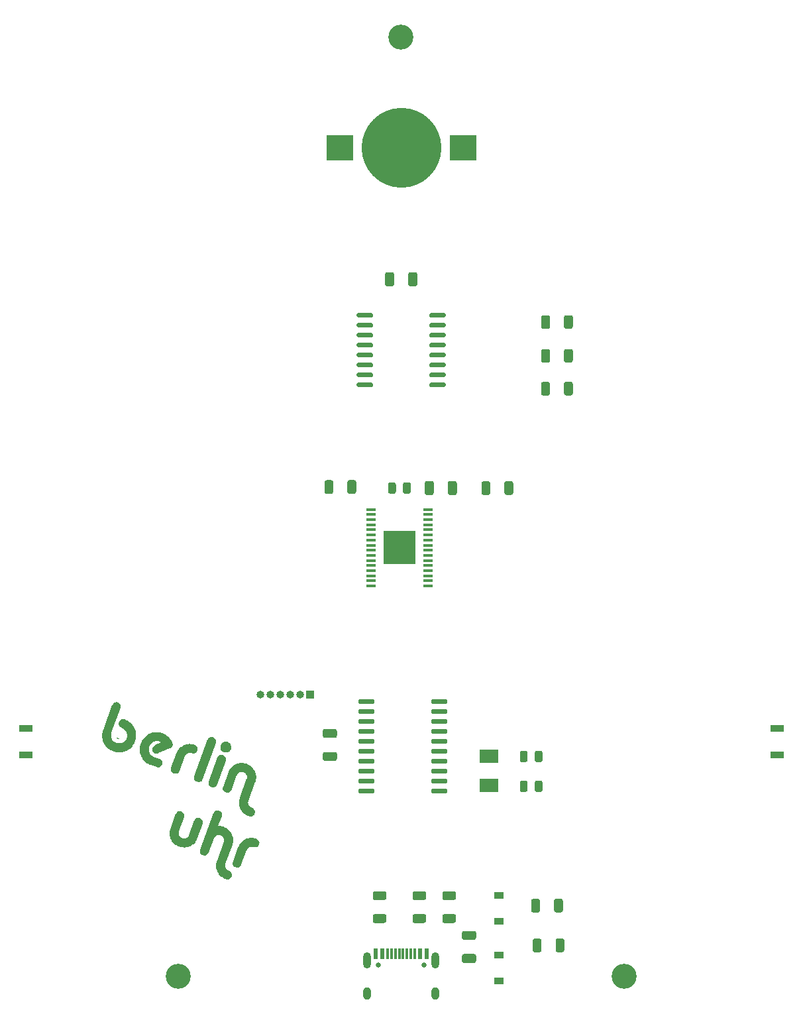
<source format=gbr>
%TF.GenerationSoftware,KiCad,Pcbnew,(5.1.8)-1*%
%TF.CreationDate,2021-11-15T19:44:17+01:00*%
%TF.ProjectId,Berlin_Uhr,4265726c-696e-45f5-9568-722e6b696361,rev?*%
%TF.SameCoordinates,Original*%
%TF.FileFunction,Soldermask,Top*%
%TF.FilePolarity,Negative*%
%FSLAX46Y46*%
G04 Gerber Fmt 4.6, Leading zero omitted, Abs format (unit mm)*
G04 Created by KiCad (PCBNEW (5.1.8)-1) date 2021-11-15 19:44:17*
%MOMM*%
%LPD*%
G01*
G04 APERTURE LIST*
%ADD10C,0.100000*%
%ADD11C,3.200000*%
%ADD12R,2.400000X1.700000*%
%ADD13R,4.110000X4.360000*%
%ADD14R,1.200000X0.400000*%
%ADD15R,1.700000X0.900000*%
%ADD16O,1.000000X1.000000*%
%ADD17R,1.000000X1.000000*%
%ADD18R,0.600000X1.450000*%
%ADD19R,0.300000X1.450000*%
%ADD20O,1.000000X2.100000*%
%ADD21C,0.650000*%
%ADD22O,1.000000X1.600000*%
%ADD23R,1.200000X0.900000*%
%ADD24C,10.200000*%
%ADD25R,3.500000X3.300000*%
G04 APERTURE END LIST*
D10*
%TO.C,BerlinUhr*%
G36*
X118968512Y-132320440D02*
G01*
X119622955Y-130522373D01*
X119654772Y-130405560D01*
X119663350Y-130293804D01*
X119648688Y-130187105D01*
X119610787Y-130085462D01*
X119557287Y-129991094D01*
X119484974Y-129911278D01*
X119393851Y-129846013D01*
X119283916Y-129795301D01*
X119166606Y-129763303D01*
X119053359Y-129754183D01*
X118944173Y-129767939D01*
X118839050Y-129804573D01*
X118744681Y-129858073D01*
X118664865Y-129930385D01*
X118599601Y-130021509D01*
X118548888Y-130131444D01*
X117894445Y-131929511D01*
X117848901Y-132031868D01*
X117791034Y-132122531D01*
X117720846Y-132201501D01*
X117638334Y-132268776D01*
X117543502Y-132324360D01*
X117442828Y-132362321D01*
X117340481Y-132383095D01*
X117236462Y-132386681D01*
X117130769Y-132373080D01*
X117023403Y-132342291D01*
X116921047Y-132296748D01*
X116830385Y-132238881D01*
X116751414Y-132168692D01*
X116684138Y-132086180D01*
X116628555Y-131991346D01*
X116591636Y-131887809D01*
X116571673Y-131783236D01*
X116568666Y-131677626D01*
X116582615Y-131570978D01*
X116613520Y-131463293D01*
X117262172Y-129681137D01*
X117294169Y-129563826D01*
X117303290Y-129450578D01*
X117289533Y-129341394D01*
X117252899Y-129236270D01*
X117195918Y-129140635D01*
X117121119Y-129059914D01*
X117028504Y-128994106D01*
X116918072Y-128943213D01*
X116800762Y-128911215D01*
X116687514Y-128902095D01*
X116578329Y-128915851D01*
X116473206Y-128952485D01*
X116381051Y-129010733D01*
X116302816Y-129086436D01*
X116238501Y-129179594D01*
X116188104Y-129290208D01*
X115539453Y-131072364D01*
X115498561Y-131195197D01*
X115465658Y-131317059D01*
X115440742Y-131437947D01*
X115423813Y-131557863D01*
X115414872Y-131676807D01*
X115413917Y-131794779D01*
X115420951Y-131911779D01*
X115435971Y-132027807D01*
X115458980Y-132142862D01*
X115489975Y-132256945D01*
X115528958Y-132370056D01*
X115575928Y-132482195D01*
X115631639Y-132590258D01*
X115693230Y-132692827D01*
X115760700Y-132789902D01*
X115834047Y-132881484D01*
X115913275Y-132967572D01*
X115998381Y-133048165D01*
X116089366Y-133123266D01*
X116186229Y-133192872D01*
X116288973Y-133256985D01*
X116397594Y-133315603D01*
X116512094Y-133368729D01*
X116632474Y-133416360D01*
X116754000Y-133456713D01*
X116874595Y-133488968D01*
X116994259Y-133513125D01*
X117112990Y-133529184D01*
X117230789Y-133537146D01*
X117347656Y-133537009D01*
X117463591Y-133528775D01*
X117578595Y-133512443D01*
X117692666Y-133488013D01*
X117805806Y-133455485D01*
X117918013Y-133414859D01*
X118029289Y-133366136D01*
X118138602Y-133310942D01*
X118242271Y-133249940D01*
X118340295Y-133183129D01*
X118432674Y-133110509D01*
X118519409Y-133032081D01*
X118600500Y-132947844D01*
X118675947Y-132857798D01*
X118745749Y-132761944D01*
X118809906Y-132660281D01*
X118868420Y-132552810D01*
X118921288Y-132439529D01*
X118968512Y-132320440D01*
G37*
G36*
X123325998Y-137231137D02*
G01*
X123357997Y-137113826D01*
X123367117Y-137000579D01*
X123353360Y-136891394D01*
X123316726Y-136786271D01*
X123263226Y-136691903D01*
X123190914Y-136612087D01*
X123099791Y-136546822D01*
X122989855Y-136496109D01*
X122958031Y-136484527D01*
X122855792Y-136438665D01*
X122765476Y-136379844D01*
X122687086Y-136308064D01*
X122620620Y-136223325D01*
X122566079Y-136125627D01*
X122528118Y-136024954D01*
X122507344Y-135922607D01*
X122503758Y-135818587D01*
X122517359Y-135712894D01*
X122548147Y-135605528D01*
X123411086Y-133234624D01*
X123451439Y-133113097D01*
X123483694Y-132992502D01*
X123507851Y-132872839D01*
X123523910Y-132754107D01*
X123531872Y-132636308D01*
X123531736Y-132519440D01*
X123523501Y-132403505D01*
X123507170Y-132288502D01*
X123482740Y-132174431D01*
X123450212Y-132061292D01*
X123409588Y-131949085D01*
X123360865Y-131837810D01*
X123305670Y-131728497D01*
X123244667Y-131624827D01*
X123177856Y-131526804D01*
X123105236Y-131434424D01*
X123026808Y-131347688D01*
X122942570Y-131266598D01*
X122852525Y-131191152D01*
X122756671Y-131121349D01*
X122655008Y-131057192D01*
X122547536Y-130998679D01*
X122434257Y-130945811D01*
X122315168Y-130898586D01*
X122201030Y-130860798D01*
X122086688Y-130830444D01*
X121972143Y-130807524D01*
X121857395Y-130792038D01*
X121742444Y-130783987D01*
X121627291Y-130783370D01*
X122070344Y-129566092D01*
X122102161Y-129449280D01*
X122110739Y-129337524D01*
X122096077Y-129230824D01*
X122058176Y-129129182D01*
X122001195Y-129033547D01*
X121926396Y-128952826D01*
X121833780Y-128887018D01*
X121723348Y-128836124D01*
X121606038Y-128804127D01*
X121492791Y-128795006D01*
X121383605Y-128808763D01*
X121278482Y-128845396D01*
X121187594Y-128900164D01*
X121110264Y-128973381D01*
X121046491Y-129065047D01*
X120996276Y-129175163D01*
X119316730Y-133789678D01*
X119284235Y-133906806D01*
X119273624Y-134019509D01*
X119284894Y-134127790D01*
X119318047Y-134231648D01*
X119376295Y-134323802D01*
X119451999Y-134402037D01*
X119545156Y-134466353D01*
X119655770Y-134516749D01*
X119772898Y-134549244D01*
X119885604Y-134559857D01*
X119993885Y-134548586D01*
X120097741Y-134515433D01*
X120193377Y-134458451D01*
X120274098Y-134383652D01*
X120339905Y-134291038D01*
X120390798Y-134180607D01*
X121048137Y-132374581D01*
X121093566Y-132272543D01*
X121151084Y-132182835D01*
X121220694Y-132105457D01*
X121302394Y-132040407D01*
X121396185Y-131987688D01*
X121499723Y-131950770D01*
X121604298Y-131930807D01*
X121709908Y-131927799D01*
X121816556Y-131941748D01*
X121924239Y-131972653D01*
X122023298Y-132017357D01*
X122110430Y-132075019D01*
X122185638Y-132145641D01*
X122248921Y-132229222D01*
X122300280Y-132325761D01*
X122341220Y-132427159D01*
X122364569Y-132529362D01*
X122370325Y-132632370D01*
X122358490Y-132736183D01*
X122329062Y-132840800D01*
X121474081Y-135214600D01*
X121433708Y-135336182D01*
X121401392Y-135456943D01*
X121377135Y-135576882D01*
X121360935Y-135696000D01*
X121352793Y-135814296D01*
X121352707Y-135931771D01*
X121360681Y-136048424D01*
X121376710Y-136164257D01*
X121400798Y-136279267D01*
X121432944Y-136393457D01*
X121473147Y-136506824D01*
X121521408Y-136619371D01*
X121576601Y-136728683D01*
X121637603Y-136832352D01*
X121704414Y-136930375D01*
X121777034Y-137022755D01*
X121855463Y-137109491D01*
X121939699Y-137190581D01*
X122029745Y-137266028D01*
X122125599Y-137335830D01*
X122227262Y-137399987D01*
X122334734Y-137458500D01*
X122448014Y-137511369D01*
X122567103Y-137558593D01*
X122598926Y-137570176D01*
X122715740Y-137601994D01*
X122827496Y-137610571D01*
X122934194Y-137595910D01*
X123035837Y-137558009D01*
X123130205Y-137504508D01*
X123210022Y-137432196D01*
X123275286Y-137341072D01*
X123325998Y-137231137D01*
G37*
G36*
X126847037Y-133151724D02*
G01*
X126877769Y-133037894D01*
X126885985Y-132927133D01*
X126871685Y-132819439D01*
X126834870Y-132714813D01*
X126778385Y-132619358D01*
X126705078Y-132539181D01*
X126614950Y-132474278D01*
X126507998Y-132424652D01*
X126386416Y-132384279D01*
X126265655Y-132351964D01*
X126145715Y-132327706D01*
X126026598Y-132311505D01*
X125908301Y-132303363D01*
X125790825Y-132303278D01*
X125674173Y-132311251D01*
X125558340Y-132327281D01*
X125443330Y-132351369D01*
X125329141Y-132383514D01*
X125215774Y-132423717D01*
X125103229Y-132471978D01*
X124994377Y-132525901D01*
X124891131Y-132585743D01*
X124793488Y-132651505D01*
X124701450Y-132723184D01*
X124615016Y-132800784D01*
X124534187Y-132884303D01*
X124458962Y-132973741D01*
X124389340Y-133069098D01*
X124325324Y-133170374D01*
X124266911Y-133277570D01*
X124214103Y-133390684D01*
X124166898Y-133509718D01*
X123509559Y-135315743D01*
X123477064Y-135432871D01*
X123466452Y-135545574D01*
X123477723Y-135653855D01*
X123510876Y-135757712D01*
X123569126Y-135849868D01*
X123644829Y-135928103D01*
X123737987Y-135992419D01*
X123848601Y-136042815D01*
X123965729Y-136075310D01*
X124078433Y-136085922D01*
X124186713Y-136074651D01*
X124290572Y-136041498D01*
X124386206Y-135984516D01*
X124466928Y-135909718D01*
X124532734Y-135817103D01*
X124583627Y-135706672D01*
X125240967Y-133900647D01*
X125285845Y-133799129D01*
X125341715Y-133710982D01*
X125408574Y-133636207D01*
X125486425Y-133574802D01*
X125575267Y-133526769D01*
X125675246Y-133490717D01*
X125777824Y-133469307D01*
X125883003Y-133462539D01*
X125990780Y-133470413D01*
X126101157Y-133492927D01*
X126236699Y-133520861D01*
X126360153Y-133528628D01*
X126471520Y-133516228D01*
X126570799Y-133483662D01*
X126657990Y-133430928D01*
X126733094Y-133358026D01*
X126796109Y-133264959D01*
X126847037Y-133151724D01*
G37*
G36*
X110989312Y-119954571D02*
G01*
X111030867Y-119831052D01*
X111065352Y-119708269D01*
X111092764Y-119586222D01*
X111113105Y-119464910D01*
X111126376Y-119344335D01*
X111132574Y-119224496D01*
X111131701Y-119105392D01*
X111123757Y-118987026D01*
X111108741Y-118869394D01*
X111086655Y-118752500D01*
X111057496Y-118636341D01*
X111021266Y-118520917D01*
X110977965Y-118406231D01*
X110927593Y-118292280D01*
X110872680Y-118180446D01*
X110812658Y-118073556D01*
X110747527Y-117971610D01*
X110677286Y-117874608D01*
X110601937Y-117782549D01*
X110521479Y-117695435D01*
X110435910Y-117613265D01*
X110345233Y-117536038D01*
X110249446Y-117463756D01*
X110148551Y-117396417D01*
X110042546Y-117334022D01*
X109931432Y-117276571D01*
X109815208Y-117224063D01*
X109693875Y-117176501D01*
X109576566Y-117144503D01*
X109463318Y-117135382D01*
X109354132Y-117149138D01*
X109249008Y-117185772D01*
X109156854Y-117244021D01*
X109078618Y-117319724D01*
X109014303Y-117412883D01*
X108963906Y-117523496D01*
X108931411Y-117640625D01*
X108920799Y-117753330D01*
X108932069Y-117861611D01*
X108965223Y-117965467D01*
X109023471Y-118057622D01*
X109099175Y-118135858D01*
X109192333Y-118200173D01*
X109302946Y-118250569D01*
X109412042Y-118296896D01*
X109512011Y-118353142D01*
X109602853Y-118419304D01*
X109684571Y-118495384D01*
X109757162Y-118581381D01*
X109820626Y-118677296D01*
X109874964Y-118783128D01*
X109921108Y-118892782D01*
X109953790Y-119003052D01*
X109973006Y-119113938D01*
X109978761Y-119225439D01*
X109971051Y-119337558D01*
X109949879Y-119450292D01*
X109915242Y-119563642D01*
X109868915Y-119672737D01*
X109812670Y-119772706D01*
X109746508Y-119863549D01*
X109670428Y-119945265D01*
X109584431Y-120017856D01*
X109488515Y-120081322D01*
X109382683Y-120135660D01*
X109273798Y-120179694D01*
X109164178Y-120210589D01*
X109053824Y-120228345D01*
X108942736Y-120232962D01*
X108830913Y-120224441D01*
X108718357Y-120202781D01*
X108605065Y-120167982D01*
X108495912Y-120121817D01*
X108395765Y-120066060D01*
X108304626Y-120000709D01*
X108222496Y-119925765D01*
X108149373Y-119841230D01*
X108085259Y-119747101D01*
X108030151Y-119643379D01*
X107986118Y-119534494D01*
X107955223Y-119424873D01*
X107937467Y-119314519D01*
X107932850Y-119203432D01*
X107941372Y-119091609D01*
X107963032Y-118979053D01*
X107997830Y-118865761D01*
X109132972Y-115746983D01*
X109164790Y-115630170D01*
X109173368Y-115518414D01*
X109158706Y-115411714D01*
X109120804Y-115310071D01*
X109063822Y-115214436D01*
X108989024Y-115133714D01*
X108896409Y-115067907D01*
X108785976Y-115017014D01*
X108672147Y-114986283D01*
X108561386Y-114978067D01*
X108453692Y-114992367D01*
X108349066Y-115029182D01*
X108253611Y-115085666D01*
X108173432Y-115158973D01*
X108108530Y-115249101D01*
X108058903Y-115356054D01*
X106923761Y-118474832D01*
X106882548Y-118597281D01*
X106848268Y-118719127D01*
X106820918Y-118840370D01*
X106800499Y-118961009D01*
X106787011Y-119081046D01*
X106780454Y-119200478D01*
X106780830Y-119319309D01*
X106788135Y-119437535D01*
X106802373Y-119555158D01*
X106823540Y-119672179D01*
X106851639Y-119788595D01*
X106886669Y-119904410D01*
X106928630Y-120019620D01*
X106977523Y-120134227D01*
X107033889Y-120245349D01*
X107095174Y-120351549D01*
X107161376Y-120452828D01*
X107232495Y-120549185D01*
X107308531Y-120640619D01*
X107389484Y-120727132D01*
X107475355Y-120808723D01*
X107566143Y-120885393D01*
X107661849Y-120957140D01*
X107762472Y-121023966D01*
X107868012Y-121085870D01*
X107978470Y-121142852D01*
X108093844Y-121194913D01*
X108214136Y-121242051D01*
X108336585Y-121283263D01*
X108458432Y-121317544D01*
X108579674Y-121344893D01*
X108700314Y-121365313D01*
X108820350Y-121378800D01*
X108939783Y-121385357D01*
X109058613Y-121384982D01*
X109176840Y-121377676D01*
X109294463Y-121363439D01*
X109411483Y-121342272D01*
X109527900Y-121314172D01*
X109643714Y-121279142D01*
X109758925Y-121237181D01*
X109873532Y-121188288D01*
X109985749Y-121132321D01*
X110092964Y-121071406D01*
X110195177Y-121005543D01*
X110292386Y-120934736D01*
X110384592Y-120858979D01*
X110471794Y-120778277D01*
X110553994Y-120692628D01*
X110631192Y-120602032D01*
X110703386Y-120506490D01*
X110770577Y-120405999D01*
X110832765Y-120300563D01*
X110889951Y-120190180D01*
X110942132Y-120074848D01*
X110989312Y-119954571D01*
G37*
G36*
X109006671Y-119683452D02*
G01*
X108948174Y-119635130D01*
X108870066Y-119585678D01*
X108772347Y-119535094D01*
X108662492Y-119482095D01*
X108579802Y-119436982D01*
X108524275Y-119399754D01*
X108588863Y-119508356D01*
X108678535Y-119592050D01*
X108793290Y-119650837D01*
X108898351Y-119677814D01*
X109006671Y-119683452D01*
G37*
G36*
X115773419Y-120524539D02*
G01*
X115798948Y-120423457D01*
X115803139Y-120319115D01*
X115785991Y-120211511D01*
X115747504Y-120100644D01*
X115690899Y-119983230D01*
X115629310Y-119871172D01*
X115562737Y-119764473D01*
X115491180Y-119663130D01*
X115414640Y-119567144D01*
X115333116Y-119476517D01*
X115246608Y-119391246D01*
X115155116Y-119311332D01*
X115058639Y-119236776D01*
X114957180Y-119167577D01*
X114850736Y-119103735D01*
X114739308Y-119045250D01*
X114622897Y-118992123D01*
X114501501Y-118944353D01*
X114377997Y-118902757D01*
X114255258Y-118868151D01*
X114133284Y-118840536D01*
X114012077Y-118819909D01*
X113891635Y-118806274D01*
X113771958Y-118799629D01*
X113653047Y-118799975D01*
X113534901Y-118807310D01*
X113417521Y-118821635D01*
X113300907Y-118842951D01*
X113185059Y-118871257D01*
X113069975Y-118906553D01*
X112955657Y-118948839D01*
X112842106Y-118998116D01*
X112731368Y-119053427D01*
X112625493Y-119113819D01*
X112524480Y-119179290D01*
X112428330Y-119249840D01*
X112337044Y-119325470D01*
X112250620Y-119406180D01*
X112169058Y-119491970D01*
X112092358Y-119582839D01*
X112020522Y-119678788D01*
X111953549Y-119779817D01*
X111891439Y-119885925D01*
X111834191Y-119997114D01*
X111781805Y-120113381D01*
X111734282Y-120234729D01*
X111692671Y-120358274D01*
X111658022Y-120481134D01*
X111630332Y-120603311D01*
X111609602Y-120724803D01*
X111595834Y-120845610D01*
X111589026Y-120965733D01*
X111589180Y-121085172D01*
X111596293Y-121203927D01*
X111610368Y-121321997D01*
X111631402Y-121439382D01*
X111659398Y-121556083D01*
X111694354Y-121672100D01*
X111736271Y-121787433D01*
X111785149Y-121902080D01*
X111840460Y-122012818D01*
X111900852Y-122118693D01*
X111966323Y-122219706D01*
X112036874Y-122315855D01*
X112112503Y-122407143D01*
X112193213Y-122493567D01*
X112279003Y-122575129D01*
X112369873Y-122651827D01*
X112465822Y-122723663D01*
X112566850Y-122790637D01*
X112672958Y-122852748D01*
X112784147Y-122909996D01*
X112900415Y-122962381D01*
X113021762Y-123009903D01*
X113729852Y-123267627D01*
X113846664Y-123299444D01*
X113958421Y-123308022D01*
X114065120Y-123293360D01*
X114166763Y-123255460D01*
X114262399Y-123198477D01*
X114343120Y-123123679D01*
X114408927Y-123031064D01*
X114459820Y-122920631D01*
X114491638Y-122803819D01*
X114500216Y-122692063D01*
X114485555Y-122585364D01*
X114447653Y-122483721D01*
X114394153Y-122389352D01*
X114321840Y-122309536D01*
X114230716Y-122244271D01*
X114120781Y-122193558D01*
X113412691Y-121935835D01*
X113303537Y-121889670D01*
X113203390Y-121833912D01*
X113112252Y-121768562D01*
X113030121Y-121693619D01*
X112956999Y-121609082D01*
X112892884Y-121514953D01*
X112837778Y-121411231D01*
X112794512Y-121300236D01*
X112764267Y-121188830D01*
X112747043Y-121077014D01*
X112742839Y-120964790D01*
X112751656Y-120852155D01*
X112773493Y-120739111D01*
X112808351Y-120625658D01*
X112854516Y-120516503D01*
X112910274Y-120416357D01*
X112975624Y-120325219D01*
X113050568Y-120243088D01*
X113135104Y-120169966D01*
X113229233Y-120105851D01*
X113332954Y-120050744D01*
X113441839Y-120006711D01*
X113551459Y-119975815D01*
X113661813Y-119958059D01*
X113772902Y-119953442D01*
X113884724Y-119961963D01*
X113997281Y-119983623D01*
X114110572Y-120018422D01*
X114212555Y-120060044D01*
X114311638Y-120109624D01*
X113533202Y-120466009D01*
X113424228Y-120527146D01*
X113336048Y-120599230D01*
X113268661Y-120682261D01*
X113222067Y-120776238D01*
X113192738Y-120887762D01*
X113185835Y-120999564D01*
X113201355Y-121111644D01*
X113239296Y-121224001D01*
X113299710Y-121328769D01*
X113374687Y-121415188D01*
X113464228Y-121483254D01*
X113568331Y-121532971D01*
X113670091Y-121558182D01*
X113776469Y-121561424D01*
X113887464Y-121542694D01*
X114003078Y-121501995D01*
X115383426Y-120878145D01*
X115493244Y-120834863D01*
X115587153Y-120777861D01*
X115665151Y-120707140D01*
X115727240Y-120622699D01*
X115773419Y-120524539D01*
G37*
G36*
X118945859Y-121165640D02*
G01*
X118976590Y-121051811D01*
X118984806Y-120941049D01*
X118970506Y-120833356D01*
X118933691Y-120728729D01*
X118877207Y-120633274D01*
X118803899Y-120553096D01*
X118713771Y-120488193D01*
X118606819Y-120438567D01*
X118485237Y-120398194D01*
X118364476Y-120365878D01*
X118244537Y-120341620D01*
X118125419Y-120325420D01*
X118007122Y-120317278D01*
X117889647Y-120317193D01*
X117772994Y-120325166D01*
X117657161Y-120341197D01*
X117542150Y-120365284D01*
X117427961Y-120397430D01*
X117314594Y-120437633D01*
X117202047Y-120485894D01*
X117093196Y-120539817D01*
X116989950Y-120599660D01*
X116892307Y-120665421D01*
X116800269Y-120737102D01*
X116713835Y-120814702D01*
X116633005Y-120898220D01*
X116557780Y-120987658D01*
X116488159Y-121083015D01*
X116424142Y-121184291D01*
X116365729Y-121291486D01*
X116312921Y-121404600D01*
X116265718Y-121523634D01*
X115608377Y-123329662D01*
X115575882Y-123446790D01*
X115565270Y-123559496D01*
X115576540Y-123667777D01*
X115609694Y-123771633D01*
X115667942Y-123863788D01*
X115743646Y-123942023D01*
X115836804Y-124006339D01*
X115947417Y-124056735D01*
X116064546Y-124089230D01*
X116177250Y-124099842D01*
X116285531Y-124088572D01*
X116389389Y-124055419D01*
X116485024Y-123998437D01*
X116565745Y-123923639D01*
X116631553Y-123831023D01*
X116682446Y-123720591D01*
X117339786Y-121914563D01*
X117384665Y-121813047D01*
X117440534Y-121724900D01*
X117507394Y-121650125D01*
X117585245Y-121588721D01*
X117674087Y-121540687D01*
X117774066Y-121504635D01*
X117876644Y-121483225D01*
X117981822Y-121476457D01*
X118089600Y-121484330D01*
X118199977Y-121506844D01*
X118335519Y-121534778D01*
X118458974Y-121542546D01*
X118570340Y-121530146D01*
X118669620Y-121497579D01*
X118756811Y-121444845D01*
X118831915Y-121371943D01*
X118894931Y-121278876D01*
X118945859Y-121165640D01*
G37*
G36*
X119642101Y-124797817D02*
G01*
X121315857Y-120199210D01*
X121352876Y-120071199D01*
X121366926Y-119953691D01*
X121358006Y-119846689D01*
X121326117Y-119750190D01*
X121271257Y-119664196D01*
X121193428Y-119588706D01*
X121092630Y-119523721D01*
X120968862Y-119469241D01*
X120851552Y-119437243D01*
X120738304Y-119428122D01*
X120629118Y-119441879D01*
X120523994Y-119478514D01*
X120433107Y-119533281D01*
X120355776Y-119606499D01*
X120292004Y-119698165D01*
X120241788Y-119808281D01*
X118568032Y-124406888D01*
X118535537Y-124524017D01*
X118524925Y-124636722D01*
X118536195Y-124745003D01*
X118569349Y-124848859D01*
X118627597Y-124941014D01*
X118703300Y-125019249D01*
X118796459Y-125083565D01*
X118907072Y-125133961D01*
X119024201Y-125166456D01*
X119136906Y-125177069D01*
X119245186Y-125165798D01*
X119349044Y-125132645D01*
X119444679Y-125075664D01*
X119525400Y-125000865D01*
X119591208Y-124908249D01*
X119642101Y-124797817D01*
G37*
G36*
X121479945Y-125466738D02*
G01*
X122565860Y-122483213D01*
X122602879Y-122355201D01*
X122616929Y-122237694D01*
X122608008Y-122130691D01*
X122576119Y-122034192D01*
X122521260Y-121948198D01*
X122443431Y-121872709D01*
X122342632Y-121807723D01*
X122218863Y-121753243D01*
X122101554Y-121721245D01*
X121988306Y-121712125D01*
X121879121Y-121725881D01*
X121773997Y-121762516D01*
X121683108Y-121817283D01*
X121605778Y-121890500D01*
X121542005Y-121982167D01*
X121491790Y-122092283D01*
X120405876Y-125075808D01*
X120373381Y-125192937D01*
X120362768Y-125305642D01*
X120374039Y-125413923D01*
X120407193Y-125517780D01*
X120465441Y-125609934D01*
X120541144Y-125688170D01*
X120634302Y-125752485D01*
X120744916Y-125802882D01*
X120862044Y-125835377D01*
X120974750Y-125845989D01*
X121083030Y-125834719D01*
X121186887Y-125801565D01*
X121282522Y-125744584D01*
X121363244Y-125669786D01*
X121429052Y-125577170D01*
X121479945Y-125466738D01*
G37*
G36*
X123258563Y-120951347D02*
G01*
X123288831Y-120843432D01*
X123300870Y-120736088D01*
X123294680Y-120629319D01*
X123270261Y-120523123D01*
X123227616Y-120417501D01*
X123174117Y-120316939D01*
X123108462Y-120229973D01*
X123030651Y-120156601D01*
X122940683Y-120096825D01*
X122838559Y-120050644D01*
X122730324Y-120020261D01*
X122622028Y-120007874D01*
X122513667Y-120013485D01*
X122405244Y-120037092D01*
X122296757Y-120078696D01*
X122199059Y-120133237D01*
X122114320Y-120199703D01*
X122042540Y-120278094D01*
X121983718Y-120368409D01*
X121937856Y-120470649D01*
X121907154Y-120578768D01*
X121893812Y-120686718D01*
X121897831Y-120794498D01*
X121919210Y-120902111D01*
X121957951Y-121009556D01*
X122015357Y-121108297D01*
X122084050Y-121193847D01*
X122164032Y-121266206D01*
X122255302Y-121325374D01*
X122357860Y-121371352D01*
X122465660Y-121401939D01*
X122572656Y-121414933D01*
X122678845Y-121410335D01*
X122784230Y-121388144D01*
X122888811Y-121348361D01*
X122990416Y-121291998D01*
X123078194Y-121224115D01*
X123152144Y-121144713D01*
X123212267Y-121053790D01*
X123258563Y-120951347D01*
G37*
G36*
X126268902Y-129191984D02*
G01*
X126300900Y-129074675D01*
X126310021Y-128961427D01*
X126296264Y-128852242D01*
X126259629Y-128747118D01*
X126202648Y-128651482D01*
X126127849Y-128570761D01*
X126035234Y-128504953D01*
X125924802Y-128454060D01*
X125892974Y-128442475D01*
X125790734Y-128396613D01*
X125700418Y-128337792D01*
X125622028Y-128266012D01*
X125555562Y-128181273D01*
X125501021Y-128083575D01*
X125463060Y-127982901D01*
X125442286Y-127880555D01*
X125438699Y-127776535D01*
X125452301Y-127670842D01*
X125483089Y-127563476D01*
X126346030Y-125192568D01*
X126386383Y-125071041D01*
X126418638Y-124950446D01*
X126442795Y-124830782D01*
X126458854Y-124712052D01*
X126466816Y-124594252D01*
X126466680Y-124477385D01*
X126458445Y-124361450D01*
X126442113Y-124246446D01*
X126417683Y-124132375D01*
X126385156Y-124019235D01*
X126344530Y-123907027D01*
X126295807Y-123795752D01*
X126240613Y-123686439D01*
X126179610Y-123582769D01*
X126112799Y-123484745D01*
X126040179Y-123392365D01*
X125961751Y-123305630D01*
X125877513Y-123224538D01*
X125787468Y-123149092D01*
X125691614Y-123079290D01*
X125589951Y-123015133D01*
X125482480Y-122956619D01*
X125369199Y-122903751D01*
X125250111Y-122856527D01*
X125128529Y-122816154D01*
X125007768Y-122783838D01*
X124887828Y-122759581D01*
X124768710Y-122743381D01*
X124650414Y-122735238D01*
X124532938Y-122735153D01*
X124416284Y-122743126D01*
X124300452Y-122759157D01*
X124185441Y-122783244D01*
X124071252Y-122815390D01*
X123957884Y-122855593D01*
X123845338Y-122903854D01*
X123736487Y-122957778D01*
X123633240Y-123017620D01*
X123535598Y-123083381D01*
X123443560Y-123155062D01*
X123357126Y-123232662D01*
X123276296Y-123316180D01*
X123201071Y-123405619D01*
X123131450Y-123500976D01*
X123067433Y-123602251D01*
X123009021Y-123709447D01*
X122956213Y-123822561D01*
X122909009Y-123941595D01*
X122251669Y-125747622D01*
X122219174Y-125864751D01*
X122208561Y-125977456D01*
X122219832Y-126085737D01*
X122252985Y-126189593D01*
X122311233Y-126281748D01*
X122386937Y-126359983D01*
X122480095Y-126424299D01*
X122590709Y-126474695D01*
X122707837Y-126507190D01*
X122820542Y-126517803D01*
X122928823Y-126506532D01*
X123032680Y-126473379D01*
X123128315Y-126416398D01*
X123209036Y-126341599D01*
X123274844Y-126248983D01*
X123325737Y-126138551D01*
X123983078Y-124332524D01*
X124028505Y-124230486D01*
X124086024Y-124140778D01*
X124155634Y-124063399D01*
X124237334Y-123998351D01*
X124331127Y-123945631D01*
X124434665Y-123908713D01*
X124539239Y-123888749D01*
X124644849Y-123885743D01*
X124751497Y-123899692D01*
X124859182Y-123930596D01*
X124958239Y-123975299D01*
X125045372Y-124032962D01*
X125120580Y-124103584D01*
X125183864Y-124187165D01*
X125235222Y-124283705D01*
X125276163Y-124385103D01*
X125299512Y-124487305D01*
X125305268Y-124590313D01*
X125293432Y-124694126D01*
X125264005Y-124798743D01*
X124409052Y-127172559D01*
X124368182Y-127295337D01*
X124335338Y-127417030D01*
X124310523Y-127537643D01*
X124293735Y-127657173D01*
X124284975Y-127775621D01*
X124284242Y-127892985D01*
X124291536Y-128009266D01*
X124306858Y-128124465D01*
X124330209Y-128238582D01*
X124361586Y-128351615D01*
X124400991Y-128463567D01*
X124448423Y-128574435D01*
X124503672Y-128683768D01*
X124564841Y-128787497D01*
X124631929Y-128885622D01*
X124704934Y-128978143D01*
X124783860Y-129065059D01*
X124868705Y-129146372D01*
X124959470Y-129222080D01*
X125056153Y-129292183D01*
X125158755Y-129356683D01*
X125267276Y-129415578D01*
X125381716Y-129468869D01*
X125502076Y-129516555D01*
X125533904Y-129528139D01*
X125651213Y-129560137D01*
X125764461Y-129569259D01*
X125873647Y-129555502D01*
X125978770Y-129518868D01*
X126073139Y-129465367D01*
X126152956Y-129393055D01*
X126218221Y-129301932D01*
X126268933Y-129191995D01*
X126268902Y-129191984D01*
G37*
%TD*%
D11*
%TO.C,REF\u002A\u002A*%
X173500000Y-150000000D03*
%TD*%
%TO.C,REF\u002A\u002A*%
X116500000Y-150000000D03*
%TD*%
%TO.C,REF\u002A\u002A*%
X145000000Y-30000000D03*
%TD*%
D12*
%TO.C,Y1*%
X156210000Y-121920000D03*
X156210000Y-125620000D03*
%TD*%
D13*
%TO.C,U3*%
X144780000Y-95250000D03*
D14*
X148430000Y-90375000D03*
X148430000Y-91025000D03*
X148430000Y-91675000D03*
X148430000Y-92325000D03*
X148430000Y-92975000D03*
X148430000Y-93625000D03*
X148430000Y-94275000D03*
X148430000Y-94925000D03*
X148430000Y-95575000D03*
X148430000Y-96225000D03*
X148430000Y-96875000D03*
X148430000Y-97525000D03*
X148430000Y-98175000D03*
X148430000Y-98825000D03*
X148430000Y-99475000D03*
X148430000Y-100125000D03*
X141130000Y-100125000D03*
X141130000Y-99475000D03*
X141130000Y-98825000D03*
X141130000Y-98175000D03*
X141130000Y-97525000D03*
X141130000Y-96875000D03*
X141130000Y-96225000D03*
X141130000Y-95575000D03*
X141130000Y-94925000D03*
X141130000Y-94275000D03*
X141130000Y-93625000D03*
X141130000Y-92975000D03*
X141130000Y-92325000D03*
X141130000Y-91675000D03*
X141130000Y-91025000D03*
X141130000Y-90375000D03*
%TD*%
%TO.C,U2*%
G36*
G01*
X148835000Y-115070000D02*
X148835000Y-114770000D01*
G75*
G02*
X148985000Y-114620000I150000J0D01*
G01*
X150735000Y-114620000D01*
G75*
G02*
X150885000Y-114770000I0J-150000D01*
G01*
X150885000Y-115070000D01*
G75*
G02*
X150735000Y-115220000I-150000J0D01*
G01*
X148985000Y-115220000D01*
G75*
G02*
X148835000Y-115070000I0J150000D01*
G01*
G37*
G36*
G01*
X148835000Y-116340000D02*
X148835000Y-116040000D01*
G75*
G02*
X148985000Y-115890000I150000J0D01*
G01*
X150735000Y-115890000D01*
G75*
G02*
X150885000Y-116040000I0J-150000D01*
G01*
X150885000Y-116340000D01*
G75*
G02*
X150735000Y-116490000I-150000J0D01*
G01*
X148985000Y-116490000D01*
G75*
G02*
X148835000Y-116340000I0J150000D01*
G01*
G37*
G36*
G01*
X148835000Y-117610000D02*
X148835000Y-117310000D01*
G75*
G02*
X148985000Y-117160000I150000J0D01*
G01*
X150735000Y-117160000D01*
G75*
G02*
X150885000Y-117310000I0J-150000D01*
G01*
X150885000Y-117610000D01*
G75*
G02*
X150735000Y-117760000I-150000J0D01*
G01*
X148985000Y-117760000D01*
G75*
G02*
X148835000Y-117610000I0J150000D01*
G01*
G37*
G36*
G01*
X148835000Y-118880000D02*
X148835000Y-118580000D01*
G75*
G02*
X148985000Y-118430000I150000J0D01*
G01*
X150735000Y-118430000D01*
G75*
G02*
X150885000Y-118580000I0J-150000D01*
G01*
X150885000Y-118880000D01*
G75*
G02*
X150735000Y-119030000I-150000J0D01*
G01*
X148985000Y-119030000D01*
G75*
G02*
X148835000Y-118880000I0J150000D01*
G01*
G37*
G36*
G01*
X148835000Y-120150000D02*
X148835000Y-119850000D01*
G75*
G02*
X148985000Y-119700000I150000J0D01*
G01*
X150735000Y-119700000D01*
G75*
G02*
X150885000Y-119850000I0J-150000D01*
G01*
X150885000Y-120150000D01*
G75*
G02*
X150735000Y-120300000I-150000J0D01*
G01*
X148985000Y-120300000D01*
G75*
G02*
X148835000Y-120150000I0J150000D01*
G01*
G37*
G36*
G01*
X148835000Y-121420000D02*
X148835000Y-121120000D01*
G75*
G02*
X148985000Y-120970000I150000J0D01*
G01*
X150735000Y-120970000D01*
G75*
G02*
X150885000Y-121120000I0J-150000D01*
G01*
X150885000Y-121420000D01*
G75*
G02*
X150735000Y-121570000I-150000J0D01*
G01*
X148985000Y-121570000D01*
G75*
G02*
X148835000Y-121420000I0J150000D01*
G01*
G37*
G36*
G01*
X148835000Y-122690000D02*
X148835000Y-122390000D01*
G75*
G02*
X148985000Y-122240000I150000J0D01*
G01*
X150735000Y-122240000D01*
G75*
G02*
X150885000Y-122390000I0J-150000D01*
G01*
X150885000Y-122690000D01*
G75*
G02*
X150735000Y-122840000I-150000J0D01*
G01*
X148985000Y-122840000D01*
G75*
G02*
X148835000Y-122690000I0J150000D01*
G01*
G37*
G36*
G01*
X148835000Y-123960000D02*
X148835000Y-123660000D01*
G75*
G02*
X148985000Y-123510000I150000J0D01*
G01*
X150735000Y-123510000D01*
G75*
G02*
X150885000Y-123660000I0J-150000D01*
G01*
X150885000Y-123960000D01*
G75*
G02*
X150735000Y-124110000I-150000J0D01*
G01*
X148985000Y-124110000D01*
G75*
G02*
X148835000Y-123960000I0J150000D01*
G01*
G37*
G36*
G01*
X148835000Y-125230000D02*
X148835000Y-124930000D01*
G75*
G02*
X148985000Y-124780000I150000J0D01*
G01*
X150735000Y-124780000D01*
G75*
G02*
X150885000Y-124930000I0J-150000D01*
G01*
X150885000Y-125230000D01*
G75*
G02*
X150735000Y-125380000I-150000J0D01*
G01*
X148985000Y-125380000D01*
G75*
G02*
X148835000Y-125230000I0J150000D01*
G01*
G37*
G36*
G01*
X148835000Y-126500000D02*
X148835000Y-126200000D01*
G75*
G02*
X148985000Y-126050000I150000J0D01*
G01*
X150735000Y-126050000D01*
G75*
G02*
X150885000Y-126200000I0J-150000D01*
G01*
X150885000Y-126500000D01*
G75*
G02*
X150735000Y-126650000I-150000J0D01*
G01*
X148985000Y-126650000D01*
G75*
G02*
X148835000Y-126500000I0J150000D01*
G01*
G37*
G36*
G01*
X139535000Y-126500000D02*
X139535000Y-126200000D01*
G75*
G02*
X139685000Y-126050000I150000J0D01*
G01*
X141435000Y-126050000D01*
G75*
G02*
X141585000Y-126200000I0J-150000D01*
G01*
X141585000Y-126500000D01*
G75*
G02*
X141435000Y-126650000I-150000J0D01*
G01*
X139685000Y-126650000D01*
G75*
G02*
X139535000Y-126500000I0J150000D01*
G01*
G37*
G36*
G01*
X139535000Y-125230000D02*
X139535000Y-124930000D01*
G75*
G02*
X139685000Y-124780000I150000J0D01*
G01*
X141435000Y-124780000D01*
G75*
G02*
X141585000Y-124930000I0J-150000D01*
G01*
X141585000Y-125230000D01*
G75*
G02*
X141435000Y-125380000I-150000J0D01*
G01*
X139685000Y-125380000D01*
G75*
G02*
X139535000Y-125230000I0J150000D01*
G01*
G37*
G36*
G01*
X139535000Y-123960000D02*
X139535000Y-123660000D01*
G75*
G02*
X139685000Y-123510000I150000J0D01*
G01*
X141435000Y-123510000D01*
G75*
G02*
X141585000Y-123660000I0J-150000D01*
G01*
X141585000Y-123960000D01*
G75*
G02*
X141435000Y-124110000I-150000J0D01*
G01*
X139685000Y-124110000D01*
G75*
G02*
X139535000Y-123960000I0J150000D01*
G01*
G37*
G36*
G01*
X139535000Y-122690000D02*
X139535000Y-122390000D01*
G75*
G02*
X139685000Y-122240000I150000J0D01*
G01*
X141435000Y-122240000D01*
G75*
G02*
X141585000Y-122390000I0J-150000D01*
G01*
X141585000Y-122690000D01*
G75*
G02*
X141435000Y-122840000I-150000J0D01*
G01*
X139685000Y-122840000D01*
G75*
G02*
X139535000Y-122690000I0J150000D01*
G01*
G37*
G36*
G01*
X139535000Y-121420000D02*
X139535000Y-121120000D01*
G75*
G02*
X139685000Y-120970000I150000J0D01*
G01*
X141435000Y-120970000D01*
G75*
G02*
X141585000Y-121120000I0J-150000D01*
G01*
X141585000Y-121420000D01*
G75*
G02*
X141435000Y-121570000I-150000J0D01*
G01*
X139685000Y-121570000D01*
G75*
G02*
X139535000Y-121420000I0J150000D01*
G01*
G37*
G36*
G01*
X139535000Y-120150000D02*
X139535000Y-119850000D01*
G75*
G02*
X139685000Y-119700000I150000J0D01*
G01*
X141435000Y-119700000D01*
G75*
G02*
X141585000Y-119850000I0J-150000D01*
G01*
X141585000Y-120150000D01*
G75*
G02*
X141435000Y-120300000I-150000J0D01*
G01*
X139685000Y-120300000D01*
G75*
G02*
X139535000Y-120150000I0J150000D01*
G01*
G37*
G36*
G01*
X139535000Y-118880000D02*
X139535000Y-118580000D01*
G75*
G02*
X139685000Y-118430000I150000J0D01*
G01*
X141435000Y-118430000D01*
G75*
G02*
X141585000Y-118580000I0J-150000D01*
G01*
X141585000Y-118880000D01*
G75*
G02*
X141435000Y-119030000I-150000J0D01*
G01*
X139685000Y-119030000D01*
G75*
G02*
X139535000Y-118880000I0J150000D01*
G01*
G37*
G36*
G01*
X139535000Y-117610000D02*
X139535000Y-117310000D01*
G75*
G02*
X139685000Y-117160000I150000J0D01*
G01*
X141435000Y-117160000D01*
G75*
G02*
X141585000Y-117310000I0J-150000D01*
G01*
X141585000Y-117610000D01*
G75*
G02*
X141435000Y-117760000I-150000J0D01*
G01*
X139685000Y-117760000D01*
G75*
G02*
X139535000Y-117610000I0J150000D01*
G01*
G37*
G36*
G01*
X139535000Y-116340000D02*
X139535000Y-116040000D01*
G75*
G02*
X139685000Y-115890000I150000J0D01*
G01*
X141435000Y-115890000D01*
G75*
G02*
X141585000Y-116040000I0J-150000D01*
G01*
X141585000Y-116340000D01*
G75*
G02*
X141435000Y-116490000I-150000J0D01*
G01*
X139685000Y-116490000D01*
G75*
G02*
X139535000Y-116340000I0J150000D01*
G01*
G37*
G36*
G01*
X139535000Y-115070000D02*
X139535000Y-114770000D01*
G75*
G02*
X139685000Y-114620000I150000J0D01*
G01*
X141435000Y-114620000D01*
G75*
G02*
X141585000Y-114770000I0J-150000D01*
G01*
X141585000Y-115070000D01*
G75*
G02*
X141435000Y-115220000I-150000J0D01*
G01*
X139685000Y-115220000D01*
G75*
G02*
X139535000Y-115070000I0J150000D01*
G01*
G37*
%TD*%
%TO.C,U1*%
G36*
G01*
X148625000Y-65705000D02*
X148625000Y-65405000D01*
G75*
G02*
X148775000Y-65255000I150000J0D01*
G01*
X150525000Y-65255000D01*
G75*
G02*
X150675000Y-65405000I0J-150000D01*
G01*
X150675000Y-65705000D01*
G75*
G02*
X150525000Y-65855000I-150000J0D01*
G01*
X148775000Y-65855000D01*
G75*
G02*
X148625000Y-65705000I0J150000D01*
G01*
G37*
G36*
G01*
X148625000Y-66975000D02*
X148625000Y-66675000D01*
G75*
G02*
X148775000Y-66525000I150000J0D01*
G01*
X150525000Y-66525000D01*
G75*
G02*
X150675000Y-66675000I0J-150000D01*
G01*
X150675000Y-66975000D01*
G75*
G02*
X150525000Y-67125000I-150000J0D01*
G01*
X148775000Y-67125000D01*
G75*
G02*
X148625000Y-66975000I0J150000D01*
G01*
G37*
G36*
G01*
X148625000Y-68245000D02*
X148625000Y-67945000D01*
G75*
G02*
X148775000Y-67795000I150000J0D01*
G01*
X150525000Y-67795000D01*
G75*
G02*
X150675000Y-67945000I0J-150000D01*
G01*
X150675000Y-68245000D01*
G75*
G02*
X150525000Y-68395000I-150000J0D01*
G01*
X148775000Y-68395000D01*
G75*
G02*
X148625000Y-68245000I0J150000D01*
G01*
G37*
G36*
G01*
X148625000Y-69515000D02*
X148625000Y-69215000D01*
G75*
G02*
X148775000Y-69065000I150000J0D01*
G01*
X150525000Y-69065000D01*
G75*
G02*
X150675000Y-69215000I0J-150000D01*
G01*
X150675000Y-69515000D01*
G75*
G02*
X150525000Y-69665000I-150000J0D01*
G01*
X148775000Y-69665000D01*
G75*
G02*
X148625000Y-69515000I0J150000D01*
G01*
G37*
G36*
G01*
X148625000Y-70785000D02*
X148625000Y-70485000D01*
G75*
G02*
X148775000Y-70335000I150000J0D01*
G01*
X150525000Y-70335000D01*
G75*
G02*
X150675000Y-70485000I0J-150000D01*
G01*
X150675000Y-70785000D01*
G75*
G02*
X150525000Y-70935000I-150000J0D01*
G01*
X148775000Y-70935000D01*
G75*
G02*
X148625000Y-70785000I0J150000D01*
G01*
G37*
G36*
G01*
X148625000Y-72055000D02*
X148625000Y-71755000D01*
G75*
G02*
X148775000Y-71605000I150000J0D01*
G01*
X150525000Y-71605000D01*
G75*
G02*
X150675000Y-71755000I0J-150000D01*
G01*
X150675000Y-72055000D01*
G75*
G02*
X150525000Y-72205000I-150000J0D01*
G01*
X148775000Y-72205000D01*
G75*
G02*
X148625000Y-72055000I0J150000D01*
G01*
G37*
G36*
G01*
X148625000Y-73325000D02*
X148625000Y-73025000D01*
G75*
G02*
X148775000Y-72875000I150000J0D01*
G01*
X150525000Y-72875000D01*
G75*
G02*
X150675000Y-73025000I0J-150000D01*
G01*
X150675000Y-73325000D01*
G75*
G02*
X150525000Y-73475000I-150000J0D01*
G01*
X148775000Y-73475000D01*
G75*
G02*
X148625000Y-73325000I0J150000D01*
G01*
G37*
G36*
G01*
X148625000Y-74595000D02*
X148625000Y-74295000D01*
G75*
G02*
X148775000Y-74145000I150000J0D01*
G01*
X150525000Y-74145000D01*
G75*
G02*
X150675000Y-74295000I0J-150000D01*
G01*
X150675000Y-74595000D01*
G75*
G02*
X150525000Y-74745000I-150000J0D01*
G01*
X148775000Y-74745000D01*
G75*
G02*
X148625000Y-74595000I0J150000D01*
G01*
G37*
G36*
G01*
X139325000Y-74595000D02*
X139325000Y-74295000D01*
G75*
G02*
X139475000Y-74145000I150000J0D01*
G01*
X141225000Y-74145000D01*
G75*
G02*
X141375000Y-74295000I0J-150000D01*
G01*
X141375000Y-74595000D01*
G75*
G02*
X141225000Y-74745000I-150000J0D01*
G01*
X139475000Y-74745000D01*
G75*
G02*
X139325000Y-74595000I0J150000D01*
G01*
G37*
G36*
G01*
X139325000Y-73325000D02*
X139325000Y-73025000D01*
G75*
G02*
X139475000Y-72875000I150000J0D01*
G01*
X141225000Y-72875000D01*
G75*
G02*
X141375000Y-73025000I0J-150000D01*
G01*
X141375000Y-73325000D01*
G75*
G02*
X141225000Y-73475000I-150000J0D01*
G01*
X139475000Y-73475000D01*
G75*
G02*
X139325000Y-73325000I0J150000D01*
G01*
G37*
G36*
G01*
X139325000Y-72055000D02*
X139325000Y-71755000D01*
G75*
G02*
X139475000Y-71605000I150000J0D01*
G01*
X141225000Y-71605000D01*
G75*
G02*
X141375000Y-71755000I0J-150000D01*
G01*
X141375000Y-72055000D01*
G75*
G02*
X141225000Y-72205000I-150000J0D01*
G01*
X139475000Y-72205000D01*
G75*
G02*
X139325000Y-72055000I0J150000D01*
G01*
G37*
G36*
G01*
X139325000Y-70785000D02*
X139325000Y-70485000D01*
G75*
G02*
X139475000Y-70335000I150000J0D01*
G01*
X141225000Y-70335000D01*
G75*
G02*
X141375000Y-70485000I0J-150000D01*
G01*
X141375000Y-70785000D01*
G75*
G02*
X141225000Y-70935000I-150000J0D01*
G01*
X139475000Y-70935000D01*
G75*
G02*
X139325000Y-70785000I0J150000D01*
G01*
G37*
G36*
G01*
X139325000Y-69515000D02*
X139325000Y-69215000D01*
G75*
G02*
X139475000Y-69065000I150000J0D01*
G01*
X141225000Y-69065000D01*
G75*
G02*
X141375000Y-69215000I0J-150000D01*
G01*
X141375000Y-69515000D01*
G75*
G02*
X141225000Y-69665000I-150000J0D01*
G01*
X139475000Y-69665000D01*
G75*
G02*
X139325000Y-69515000I0J150000D01*
G01*
G37*
G36*
G01*
X139325000Y-68245000D02*
X139325000Y-67945000D01*
G75*
G02*
X139475000Y-67795000I150000J0D01*
G01*
X141225000Y-67795000D01*
G75*
G02*
X141375000Y-67945000I0J-150000D01*
G01*
X141375000Y-68245000D01*
G75*
G02*
X141225000Y-68395000I-150000J0D01*
G01*
X139475000Y-68395000D01*
G75*
G02*
X139325000Y-68245000I0J150000D01*
G01*
G37*
G36*
G01*
X139325000Y-66975000D02*
X139325000Y-66675000D01*
G75*
G02*
X139475000Y-66525000I150000J0D01*
G01*
X141225000Y-66525000D01*
G75*
G02*
X141375000Y-66675000I0J-150000D01*
G01*
X141375000Y-66975000D01*
G75*
G02*
X141225000Y-67125000I-150000J0D01*
G01*
X139475000Y-67125000D01*
G75*
G02*
X139325000Y-66975000I0J150000D01*
G01*
G37*
G36*
G01*
X139325000Y-65705000D02*
X139325000Y-65405000D01*
G75*
G02*
X139475000Y-65255000I150000J0D01*
G01*
X141225000Y-65255000D01*
G75*
G02*
X141375000Y-65405000I0J-150000D01*
G01*
X141375000Y-65705000D01*
G75*
G02*
X141225000Y-65855000I-150000J0D01*
G01*
X139475000Y-65855000D01*
G75*
G02*
X139325000Y-65705000I0J150000D01*
G01*
G37*
%TD*%
D15*
%TO.C,SW2*%
X193040000Y-121715000D03*
X193040000Y-118315000D03*
%TD*%
%TO.C,SW1*%
X97028000Y-118315000D03*
X97028000Y-121715000D03*
%TD*%
%TO.C,R10*%
G36*
G01*
X164007500Y-74304997D02*
X164007500Y-75555003D01*
G75*
G02*
X163757503Y-75805000I-249997J0D01*
G01*
X163132497Y-75805000D01*
G75*
G02*
X162882500Y-75555003I0J249997D01*
G01*
X162882500Y-74304997D01*
G75*
G02*
X163132497Y-74055000I249997J0D01*
G01*
X163757503Y-74055000D01*
G75*
G02*
X164007500Y-74304997I0J-249997D01*
G01*
G37*
G36*
G01*
X166932500Y-74304997D02*
X166932500Y-75555003D01*
G75*
G02*
X166682503Y-75805000I-249997J0D01*
G01*
X166057497Y-75805000D01*
G75*
G02*
X165807500Y-75555003I0J249997D01*
G01*
X165807500Y-74304997D01*
G75*
G02*
X166057497Y-74055000I249997J0D01*
G01*
X166682503Y-74055000D01*
G75*
G02*
X166932500Y-74304997I0J-249997D01*
G01*
G37*
%TD*%
%TO.C,R9*%
G36*
G01*
X164011500Y-65795997D02*
X164011500Y-67046003D01*
G75*
G02*
X163761503Y-67296000I-249997J0D01*
G01*
X163136497Y-67296000D01*
G75*
G02*
X162886500Y-67046003I0J249997D01*
G01*
X162886500Y-65795997D01*
G75*
G02*
X163136497Y-65546000I249997J0D01*
G01*
X163761503Y-65546000D01*
G75*
G02*
X164011500Y-65795997I0J-249997D01*
G01*
G37*
G36*
G01*
X166936500Y-65795997D02*
X166936500Y-67046003D01*
G75*
G02*
X166686503Y-67296000I-249997J0D01*
G01*
X166061497Y-67296000D01*
G75*
G02*
X165811500Y-67046003I0J249997D01*
G01*
X165811500Y-65795997D01*
G75*
G02*
X166061497Y-65546000I249997J0D01*
G01*
X166686503Y-65546000D01*
G75*
G02*
X166936500Y-65795997I0J-249997D01*
G01*
G37*
%TD*%
%TO.C,R8*%
G36*
G01*
X164011500Y-70113997D02*
X164011500Y-71364003D01*
G75*
G02*
X163761503Y-71614000I-249997J0D01*
G01*
X163136497Y-71614000D01*
G75*
G02*
X162886500Y-71364003I0J249997D01*
G01*
X162886500Y-70113997D01*
G75*
G02*
X163136497Y-69864000I249997J0D01*
G01*
X163761503Y-69864000D01*
G75*
G02*
X164011500Y-70113997I0J-249997D01*
G01*
G37*
G36*
G01*
X166936500Y-70113997D02*
X166936500Y-71364003D01*
G75*
G02*
X166686503Y-71614000I-249997J0D01*
G01*
X166061497Y-71614000D01*
G75*
G02*
X165811500Y-71364003I0J249997D01*
G01*
X165811500Y-70113997D01*
G75*
G02*
X166061497Y-69864000I249997J0D01*
G01*
X166686503Y-69864000D01*
G75*
G02*
X166936500Y-70113997I0J-249997D01*
G01*
G37*
%TD*%
%TO.C,R7*%
G36*
G01*
X146694997Y-142062500D02*
X147945003Y-142062500D01*
G75*
G02*
X148195000Y-142312497I0J-249997D01*
G01*
X148195000Y-142937503D01*
G75*
G02*
X147945003Y-143187500I-249997J0D01*
G01*
X146694997Y-143187500D01*
G75*
G02*
X146445000Y-142937503I0J249997D01*
G01*
X146445000Y-142312497D01*
G75*
G02*
X146694997Y-142062500I249997J0D01*
G01*
G37*
G36*
G01*
X146694997Y-139137500D02*
X147945003Y-139137500D01*
G75*
G02*
X148195000Y-139387497I0J-249997D01*
G01*
X148195000Y-140012503D01*
G75*
G02*
X147945003Y-140262500I-249997J0D01*
G01*
X146694997Y-140262500D01*
G75*
G02*
X146445000Y-140012503I0J249997D01*
G01*
X146445000Y-139387497D01*
G75*
G02*
X146694997Y-139137500I249997J0D01*
G01*
G37*
%TD*%
%TO.C,R6*%
G36*
G01*
X142865003Y-140262500D02*
X141614997Y-140262500D01*
G75*
G02*
X141365000Y-140012503I0J249997D01*
G01*
X141365000Y-139387497D01*
G75*
G02*
X141614997Y-139137500I249997J0D01*
G01*
X142865003Y-139137500D01*
G75*
G02*
X143115000Y-139387497I0J-249997D01*
G01*
X143115000Y-140012503D01*
G75*
G02*
X142865003Y-140262500I-249997J0D01*
G01*
G37*
G36*
G01*
X142865003Y-143187500D02*
X141614997Y-143187500D01*
G75*
G02*
X141365000Y-142937503I0J249997D01*
G01*
X141365000Y-142312497D01*
G75*
G02*
X141614997Y-142062500I249997J0D01*
G01*
X142865003Y-142062500D01*
G75*
G02*
X143115000Y-142312497I0J-249997D01*
G01*
X143115000Y-142937503D01*
G75*
G02*
X142865003Y-143187500I-249997J0D01*
G01*
G37*
%TD*%
%TO.C,R5*%
G36*
G01*
X158187500Y-88255003D02*
X158187500Y-87004997D01*
G75*
G02*
X158437497Y-86755000I249997J0D01*
G01*
X159062503Y-86755000D01*
G75*
G02*
X159312500Y-87004997I0J-249997D01*
G01*
X159312500Y-88255003D01*
G75*
G02*
X159062503Y-88505000I-249997J0D01*
G01*
X158437497Y-88505000D01*
G75*
G02*
X158187500Y-88255003I0J249997D01*
G01*
G37*
G36*
G01*
X155262500Y-88255003D02*
X155262500Y-87004997D01*
G75*
G02*
X155512497Y-86755000I249997J0D01*
G01*
X156137503Y-86755000D01*
G75*
G02*
X156387500Y-87004997I0J-249997D01*
G01*
X156387500Y-88255003D01*
G75*
G02*
X156137503Y-88505000I-249997J0D01*
G01*
X155512497Y-88505000D01*
G75*
G02*
X155262500Y-88255003I0J249997D01*
G01*
G37*
%TD*%
%TO.C,R4*%
G36*
G01*
X138121500Y-88125003D02*
X138121500Y-86874997D01*
G75*
G02*
X138371497Y-86625000I249997J0D01*
G01*
X138996503Y-86625000D01*
G75*
G02*
X139246500Y-86874997I0J-249997D01*
G01*
X139246500Y-88125003D01*
G75*
G02*
X138996503Y-88375000I-249997J0D01*
G01*
X138371497Y-88375000D01*
G75*
G02*
X138121500Y-88125003I0J249997D01*
G01*
G37*
G36*
G01*
X135196500Y-88125003D02*
X135196500Y-86874997D01*
G75*
G02*
X135446497Y-86625000I249997J0D01*
G01*
X136071503Y-86625000D01*
G75*
G02*
X136321500Y-86874997I0J-249997D01*
G01*
X136321500Y-88125003D01*
G75*
G02*
X136071503Y-88375000I-249997J0D01*
G01*
X135446497Y-88375000D01*
G75*
G02*
X135196500Y-88125003I0J249997D01*
G01*
G37*
%TD*%
%TO.C,R3*%
G36*
G01*
X162930000Y-145424997D02*
X162930000Y-146675003D01*
G75*
G02*
X162680003Y-146925000I-249997J0D01*
G01*
X162054997Y-146925000D01*
G75*
G02*
X161805000Y-146675003I0J249997D01*
G01*
X161805000Y-145424997D01*
G75*
G02*
X162054997Y-145175000I249997J0D01*
G01*
X162680003Y-145175000D01*
G75*
G02*
X162930000Y-145424997I0J-249997D01*
G01*
G37*
G36*
G01*
X165855000Y-145424997D02*
X165855000Y-146675003D01*
G75*
G02*
X165605003Y-146925000I-249997J0D01*
G01*
X164979997Y-146925000D01*
G75*
G02*
X164730000Y-146675003I0J249997D01*
G01*
X164730000Y-145424997D01*
G75*
G02*
X164979997Y-145175000I249997J0D01*
G01*
X165605003Y-145175000D01*
G75*
G02*
X165855000Y-145424997I0J-249997D01*
G01*
G37*
%TD*%
%TO.C,R2*%
G36*
G01*
X162737500Y-140344997D02*
X162737500Y-141595003D01*
G75*
G02*
X162487503Y-141845000I-249997J0D01*
G01*
X161862497Y-141845000D01*
G75*
G02*
X161612500Y-141595003I0J249997D01*
G01*
X161612500Y-140344997D01*
G75*
G02*
X161862497Y-140095000I249997J0D01*
G01*
X162487503Y-140095000D01*
G75*
G02*
X162737500Y-140344997I0J-249997D01*
G01*
G37*
G36*
G01*
X165662500Y-140344997D02*
X165662500Y-141595003D01*
G75*
G02*
X165412503Y-141845000I-249997J0D01*
G01*
X164787497Y-141845000D01*
G75*
G02*
X164537500Y-141595003I0J249997D01*
G01*
X164537500Y-140344997D01*
G75*
G02*
X164787497Y-140095000I249997J0D01*
G01*
X165412503Y-140095000D01*
G75*
G02*
X165662500Y-140344997I0J-249997D01*
G01*
G37*
%TD*%
%TO.C,R1*%
G36*
G01*
X151755003Y-140262500D02*
X150504997Y-140262500D01*
G75*
G02*
X150255000Y-140012503I0J249997D01*
G01*
X150255000Y-139387497D01*
G75*
G02*
X150504997Y-139137500I249997J0D01*
G01*
X151755003Y-139137500D01*
G75*
G02*
X152005000Y-139387497I0J-249997D01*
G01*
X152005000Y-140012503D01*
G75*
G02*
X151755003Y-140262500I-249997J0D01*
G01*
G37*
G36*
G01*
X151755003Y-143187500D02*
X150504997Y-143187500D01*
G75*
G02*
X150255000Y-142937503I0J249997D01*
G01*
X150255000Y-142312497D01*
G75*
G02*
X150504997Y-142062500I249997J0D01*
G01*
X151755003Y-142062500D01*
G75*
G02*
X152005000Y-142312497I0J-249997D01*
G01*
X152005000Y-142937503D01*
G75*
G02*
X151755003Y-143187500I-249997J0D01*
G01*
G37*
%TD*%
D16*
%TO.C,J2*%
X127000000Y-114046000D03*
X128270000Y-114046000D03*
X129540000Y-114046000D03*
X130810000Y-114046000D03*
X132080000Y-114046000D03*
D17*
X133350000Y-114046000D03*
%TD*%
D18*
%TO.C,J1*%
X148250000Y-147085000D03*
X147450000Y-147085000D03*
X142550000Y-147085000D03*
X141750000Y-147085000D03*
X141750000Y-147085000D03*
X142550000Y-147085000D03*
X147450000Y-147085000D03*
X148250000Y-147085000D03*
D19*
X143250000Y-147085000D03*
X143750000Y-147085000D03*
X144250000Y-147085000D03*
X145250000Y-147085000D03*
X145750000Y-147085000D03*
X146250000Y-147085000D03*
X146750000Y-147085000D03*
X144750000Y-147085000D03*
D20*
X149320000Y-148000000D03*
X140680000Y-148000000D03*
D21*
X142110000Y-148530000D03*
D22*
X140680000Y-152180000D03*
D21*
X147890000Y-148530000D03*
D22*
X149320000Y-152180000D03*
%TD*%
D23*
%TO.C,D2*%
X157480000Y-139700000D03*
X157480000Y-143000000D03*
%TD*%
%TO.C,D1*%
X157480000Y-150620000D03*
X157480000Y-147320000D03*
%TD*%
%TO.C,C7*%
G36*
G01*
X144330000Y-87155000D02*
X144330000Y-88105000D01*
G75*
G02*
X144080000Y-88355000I-250000J0D01*
G01*
X143580000Y-88355000D01*
G75*
G02*
X143330000Y-88105000I0J250000D01*
G01*
X143330000Y-87155000D01*
G75*
G02*
X143580000Y-86905000I250000J0D01*
G01*
X144080000Y-86905000D01*
G75*
G02*
X144330000Y-87155000I0J-250000D01*
G01*
G37*
G36*
G01*
X146230000Y-87155000D02*
X146230000Y-88105000D01*
G75*
G02*
X145980000Y-88355000I-250000J0D01*
G01*
X145480000Y-88355000D01*
G75*
G02*
X145230000Y-88105000I0J250000D01*
G01*
X145230000Y-87155000D01*
G75*
G02*
X145480000Y-86905000I250000J0D01*
G01*
X145980000Y-86905000D01*
G75*
G02*
X146230000Y-87155000I0J-250000D01*
G01*
G37*
%TD*%
%TO.C,C6*%
G36*
G01*
X162060000Y-122395000D02*
X162060000Y-121445000D01*
G75*
G02*
X162310000Y-121195000I250000J0D01*
G01*
X162810000Y-121195000D01*
G75*
G02*
X163060000Y-121445000I0J-250000D01*
G01*
X163060000Y-122395000D01*
G75*
G02*
X162810000Y-122645000I-250000J0D01*
G01*
X162310000Y-122645000D01*
G75*
G02*
X162060000Y-122395000I0J250000D01*
G01*
G37*
G36*
G01*
X160160000Y-122395000D02*
X160160000Y-121445000D01*
G75*
G02*
X160410000Y-121195000I250000J0D01*
G01*
X160910000Y-121195000D01*
G75*
G02*
X161160000Y-121445000I0J-250000D01*
G01*
X161160000Y-122395000D01*
G75*
G02*
X160910000Y-122645000I-250000J0D01*
G01*
X160410000Y-122645000D01*
G75*
G02*
X160160000Y-122395000I0J250000D01*
G01*
G37*
%TD*%
%TO.C,C5*%
G36*
G01*
X150965000Y-88280001D02*
X150965000Y-86979999D01*
G75*
G02*
X151214999Y-86730000I249999J0D01*
G01*
X151865001Y-86730000D01*
G75*
G02*
X152115000Y-86979999I0J-249999D01*
G01*
X152115000Y-88280001D01*
G75*
G02*
X151865001Y-88530000I-249999J0D01*
G01*
X151214999Y-88530000D01*
G75*
G02*
X150965000Y-88280001I0J249999D01*
G01*
G37*
G36*
G01*
X148015000Y-88280001D02*
X148015000Y-86979999D01*
G75*
G02*
X148264999Y-86730000I249999J0D01*
G01*
X148915001Y-86730000D01*
G75*
G02*
X149165000Y-86979999I0J-249999D01*
G01*
X149165000Y-88280001D01*
G75*
G02*
X148915001Y-88530000I-249999J0D01*
G01*
X148264999Y-88530000D01*
G75*
G02*
X148015000Y-88280001I0J249999D01*
G01*
G37*
%TD*%
%TO.C,C4*%
G36*
G01*
X162060000Y-126205000D02*
X162060000Y-125255000D01*
G75*
G02*
X162310000Y-125005000I250000J0D01*
G01*
X162810000Y-125005000D01*
G75*
G02*
X163060000Y-125255000I0J-250000D01*
G01*
X163060000Y-126205000D01*
G75*
G02*
X162810000Y-126455000I-250000J0D01*
G01*
X162310000Y-126455000D01*
G75*
G02*
X162060000Y-126205000I0J250000D01*
G01*
G37*
G36*
G01*
X160160000Y-126205000D02*
X160160000Y-125255000D01*
G75*
G02*
X160410000Y-125005000I250000J0D01*
G01*
X160910000Y-125005000D01*
G75*
G02*
X161160000Y-125255000I0J-250000D01*
G01*
X161160000Y-126205000D01*
G75*
G02*
X160910000Y-126455000I-250000J0D01*
G01*
X160410000Y-126455000D01*
G75*
G02*
X160160000Y-126205000I0J250000D01*
G01*
G37*
%TD*%
%TO.C,C3*%
G36*
G01*
X145900000Y-61610001D02*
X145900000Y-60309999D01*
G75*
G02*
X146149999Y-60060000I249999J0D01*
G01*
X146800001Y-60060000D01*
G75*
G02*
X147050000Y-60309999I0J-249999D01*
G01*
X147050000Y-61610001D01*
G75*
G02*
X146800001Y-61860000I-249999J0D01*
G01*
X146149999Y-61860000D01*
G75*
G02*
X145900000Y-61610001I0J249999D01*
G01*
G37*
G36*
G01*
X142950000Y-61610001D02*
X142950000Y-60309999D01*
G75*
G02*
X143199999Y-60060000I249999J0D01*
G01*
X143850001Y-60060000D01*
G75*
G02*
X144100000Y-60309999I0J-249999D01*
G01*
X144100000Y-61610001D01*
G75*
G02*
X143850001Y-61860000I-249999J0D01*
G01*
X143199999Y-61860000D01*
G75*
G02*
X142950000Y-61610001I0J249999D01*
G01*
G37*
%TD*%
%TO.C,C2*%
G36*
G01*
X135239999Y-121345000D02*
X136540001Y-121345000D01*
G75*
G02*
X136790000Y-121594999I0J-249999D01*
G01*
X136790000Y-122245001D01*
G75*
G02*
X136540001Y-122495000I-249999J0D01*
G01*
X135239999Y-122495000D01*
G75*
G02*
X134990000Y-122245001I0J249999D01*
G01*
X134990000Y-121594999D01*
G75*
G02*
X135239999Y-121345000I249999J0D01*
G01*
G37*
G36*
G01*
X135239999Y-118395000D02*
X136540001Y-118395000D01*
G75*
G02*
X136790000Y-118644999I0J-249999D01*
G01*
X136790000Y-119295001D01*
G75*
G02*
X136540001Y-119545000I-249999J0D01*
G01*
X135239999Y-119545000D01*
G75*
G02*
X134990000Y-119295001I0J249999D01*
G01*
X134990000Y-118644999D01*
G75*
G02*
X135239999Y-118395000I249999J0D01*
G01*
G37*
%TD*%
%TO.C,C1*%
G36*
G01*
X153019999Y-147155000D02*
X154320001Y-147155000D01*
G75*
G02*
X154570000Y-147404999I0J-249999D01*
G01*
X154570000Y-148055001D01*
G75*
G02*
X154320001Y-148305000I-249999J0D01*
G01*
X153019999Y-148305000D01*
G75*
G02*
X152770000Y-148055001I0J249999D01*
G01*
X152770000Y-147404999D01*
G75*
G02*
X153019999Y-147155000I249999J0D01*
G01*
G37*
G36*
G01*
X153019999Y-144205000D02*
X154320001Y-144205000D01*
G75*
G02*
X154570000Y-144454999I0J-249999D01*
G01*
X154570000Y-145105001D01*
G75*
G02*
X154320001Y-145355000I-249999J0D01*
G01*
X153019999Y-145355000D01*
G75*
G02*
X152770000Y-145105001I0J249999D01*
G01*
X152770000Y-144454999D01*
G75*
G02*
X153019999Y-144205000I249999J0D01*
G01*
G37*
%TD*%
D24*
%TO.C,BT1*%
X145034000Y-44196000D03*
D25*
X152934000Y-44196000D03*
X137134000Y-44196000D03*
%TD*%
M02*

</source>
